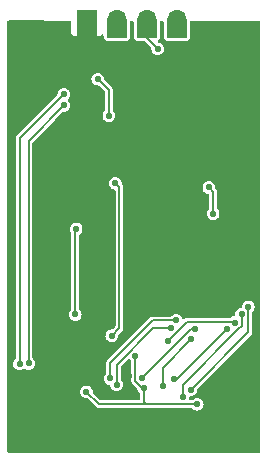
<source format=gbr>
%TF.GenerationSoftware,KiCad,Pcbnew,7.0.1*%
%TF.CreationDate,2024-01-21T13:12:55-07:00*%
%TF.ProjectId,camera_v1,63616d65-7261-45f7-9631-2e6b69636164,rev?*%
%TF.SameCoordinates,Original*%
%TF.FileFunction,Copper,L2,Bot*%
%TF.FilePolarity,Positive*%
%FSLAX46Y46*%
G04 Gerber Fmt 4.6, Leading zero omitted, Abs format (unit mm)*
G04 Created by KiCad (PCBNEW 7.0.1) date 2024-01-21 13:12:55*
%MOMM*%
%LPD*%
G01*
G04 APERTURE LIST*
%TA.AperFunction,ComponentPad*%
%ADD10R,1.700000X1.700000*%
%TD*%
%TA.AperFunction,ComponentPad*%
%ADD11O,1.700000X1.700000*%
%TD*%
%TA.AperFunction,ViaPad*%
%ADD12C,0.560000*%
%TD*%
%TA.AperFunction,Conductor*%
%ADD13C,0.152400*%
%TD*%
G04 APERTURE END LIST*
D10*
%TO.P,J10,1,Pin_1*%
%TO.N,GND*%
X153690000Y-105650000D03*
D11*
%TO.P,J10,2,Pin_2*%
%TO.N,+3V3*%
X156230000Y-105650000D03*
%TO.P,J10,3,Pin_3*%
%TO.N,SDA1*%
X158770000Y-105650000D03*
%TO.P,J10,4,Pin_4*%
%TO.N,SCL1*%
X161310000Y-105650000D03*
%TD*%
D12*
%TO.N,1.5V*%
X156100000Y-119420000D03*
X155814936Y-132336190D03*
%TO.N,GND*%
X167180000Y-136720000D03*
%TO.N,2.8V*%
X152790000Y-123300000D03*
X152721871Y-130542306D03*
%TO.N,+3V3*%
X163050000Y-138140000D03*
X153660000Y-137080000D03*
%TO.N,GND*%
X158400000Y-121690000D03*
X151450000Y-119510000D03*
X151290000Y-123420000D03*
%TO.N,+3V3*%
X154630000Y-110610000D03*
X155570000Y-113700000D03*
%TO.N,GND*%
X153660000Y-115910000D03*
X159060000Y-115880000D03*
%TO.N,SDA1*%
X159692940Y-108052940D03*
%TO.N,SCL1*%
X151740000Y-111890000D03*
X148001258Y-134723974D03*
%TO.N,SDA1*%
X148760000Y-134690000D03*
X151740000Y-112840000D03*
%TO.N,HS*%
X162490000Y-136930000D03*
X167355700Y-129900000D03*
%TO.N,BURN_RELAY_A {slash} VS*%
X166800000Y-130510000D03*
X161810000Y-137520000D03*
%TO.N,GND*%
X167440000Y-109020000D03*
X155900000Y-130730000D03*
X149540000Y-131190000D03*
X152080000Y-127190000D03*
X160930000Y-129440000D03*
%TO.N,D8*%
X160863716Y-131697921D03*
X156215387Y-136476482D03*
%TO.N,D9*%
X161260000Y-131050000D03*
X155662080Y-135956200D03*
%TO.N,ENABLE_BURN {slash} D7*%
X158355700Y-135950000D03*
X162880000Y-131749500D03*
%TO.N,VBUS_RESET {slash} PC*%
X160559894Y-132787623D03*
X166200000Y-131220000D03*
%TO.N,GND*%
X157244300Y-135782512D03*
%TO.N,+3V3*%
X157800000Y-134020498D03*
X158500000Y-136730000D03*
%TO.N,D6*%
X162532876Y-132652876D03*
X160120000Y-136554840D03*
%TO.N,I2C_RESET {slash} D2*%
X165550000Y-131750000D03*
X161040860Y-135999140D03*
%TO.N,ENAB_RF {slash} D3*%
X164030000Y-119780000D03*
X164384300Y-122000027D03*
%TD*%
D13*
%TO.N,1.5V*%
X156456200Y-131694926D02*
X156456200Y-119776200D01*
X155814936Y-132336190D02*
X156456200Y-131694926D01*
X156456200Y-119776200D02*
X156100000Y-119420000D01*
%TO.N,+3V3*%
X158500000Y-137970000D02*
X158670000Y-138140000D01*
X158500000Y-136730000D02*
X158500000Y-137970000D01*
X158670000Y-138140000D02*
X154720000Y-138140000D01*
X163050000Y-138140000D02*
X158670000Y-138140000D01*
%TO.N,2.8V*%
X152721871Y-130542306D02*
X152721871Y-123368129D01*
X152721871Y-123368129D02*
X152790000Y-123300000D01*
%TO.N,+3V3*%
X154720000Y-138140000D02*
X153660000Y-137080000D01*
X155570000Y-111550000D02*
X154630000Y-110610000D01*
X155570000Y-113700000D02*
X155570000Y-111550000D01*
%TO.N,SDA1*%
X158770000Y-107130000D02*
X158770000Y-105853200D01*
X159692940Y-108052940D02*
X158770000Y-107130000D01*
%TO.N,SCL1*%
X148001258Y-134723974D02*
X148001258Y-115628742D01*
X148001258Y-115628742D02*
X151740000Y-111890000D01*
%TO.N,SDA1*%
X148760000Y-115820000D02*
X151740000Y-112840000D01*
X148760000Y-134690000D02*
X148760000Y-115820000D01*
%TO.N,HS*%
X167355700Y-132064300D02*
X167355700Y-129900000D01*
X162490000Y-136930000D02*
X167355700Y-132064300D01*
%TO.N,BURN_RELAY_A {slash} VS*%
X166800000Y-131510000D02*
X166800000Y-130510000D01*
X166520000Y-131790000D02*
X166800000Y-131510000D01*
X161810000Y-137520000D02*
X161810000Y-136500000D01*
X161810000Y-136500000D02*
X166520000Y-131790000D01*
%TO.N,+3V3*%
X157800000Y-136180886D02*
X157800000Y-134020498D01*
X158349114Y-136730000D02*
X157800000Y-136180886D01*
X158500000Y-136730000D02*
X158349114Y-136730000D01*
%TO.N,D8*%
X156218280Y-136473589D02*
X156218280Y-134815632D01*
X156215387Y-136476482D02*
X156218280Y-136473589D01*
X156218280Y-134815632D02*
X159335991Y-131697921D01*
X159335991Y-131697921D02*
X160863716Y-131697921D01*
%TO.N,D9*%
X159280000Y-131050000D02*
X161260000Y-131050000D01*
X155662080Y-134667920D02*
X159280000Y-131050000D01*
X155662080Y-135956200D02*
X155662080Y-134667920D01*
%TO.N,ENABLE_BURN {slash} D7*%
X162556200Y-131749500D02*
X162880000Y-131749500D01*
X158355700Y-135950000D02*
X162556200Y-131749500D01*
%TO.N,VBUS_RESET {slash} PC*%
X160559894Y-132787623D02*
X162153717Y-131193800D01*
X162153717Y-131193800D02*
X166173800Y-131193800D01*
X166173800Y-131193800D02*
X166200000Y-131220000D01*
%TO.N,D6*%
X160120000Y-135065752D02*
X162532876Y-132652876D01*
X160120000Y-136554840D02*
X160120000Y-135065752D01*
%TO.N,I2C_RESET {slash} D2*%
X161040860Y-135999140D02*
X161300860Y-135999140D01*
X161300860Y-135999140D02*
X165550000Y-131750000D01*
%TO.N,ENAB_RF {slash} D3*%
X164384300Y-122000027D02*
X164384300Y-120134300D01*
X164384300Y-120134300D02*
X164030000Y-119780000D01*
%TD*%
%TA.AperFunction,Conductor*%
%TO.N,GND*%
G36*
X152216059Y-105652456D02*
G01*
X152278033Y-105669088D01*
X152323397Y-105714473D01*
X152340000Y-105776456D01*
X152340000Y-106547824D01*
X152346402Y-106607375D01*
X152396647Y-106742089D01*
X152482811Y-106857188D01*
X152597910Y-106943352D01*
X152732624Y-106993597D01*
X152792176Y-107000000D01*
X152840000Y-107000000D01*
X152840000Y-107130000D01*
X154540000Y-107130000D01*
X154540000Y-107000000D01*
X154587824Y-107000000D01*
X154647375Y-106993597D01*
X154782089Y-106943352D01*
X154897190Y-106857187D01*
X154897233Y-106857131D01*
X154944988Y-106818647D01*
X155005346Y-106807757D01*
X155063539Y-106827125D01*
X155105332Y-106872014D01*
X155120500Y-106931441D01*
X155120500Y-107006001D01*
X155129341Y-107073162D01*
X155129342Y-107073164D01*
X155145955Y-107135164D01*
X155171880Y-107197750D01*
X155213119Y-107251494D01*
X155258506Y-107296881D01*
X155312250Y-107338120D01*
X155374836Y-107364045D01*
X155436836Y-107380658D01*
X155470417Y-107385078D01*
X155503999Y-107389500D01*
X155504000Y-107389500D01*
X156956000Y-107389500D01*
X156956001Y-107389500D01*
X156978388Y-107386552D01*
X157023164Y-107380658D01*
X157085164Y-107364045D01*
X157147750Y-107338120D01*
X157201494Y-107296881D01*
X157246881Y-107251494D01*
X157288120Y-107197750D01*
X157314045Y-107135164D01*
X157330658Y-107073164D01*
X157339500Y-107006000D01*
X157339500Y-105778908D01*
X157356122Y-105716891D01*
X157401533Y-105671502D01*
X157463557Y-105654908D01*
X157536558Y-105654942D01*
X157598533Y-105671574D01*
X157643897Y-105716959D01*
X157660500Y-105778942D01*
X157660500Y-107006001D01*
X157669341Y-107073162D01*
X157669342Y-107073164D01*
X157685955Y-107135164D01*
X157711880Y-107197750D01*
X157753119Y-107251494D01*
X157798506Y-107296881D01*
X157852250Y-107338120D01*
X157914836Y-107364045D01*
X157976836Y-107380658D01*
X158010417Y-107385078D01*
X158043999Y-107389500D01*
X158044000Y-107389500D01*
X158510458Y-107389500D01*
X158557911Y-107398939D01*
X158598139Y-107425819D01*
X159118898Y-107946578D01*
X159148636Y-107994399D01*
X159154157Y-108050442D01*
X159153828Y-108052940D01*
X159172198Y-108192472D01*
X159226054Y-108322495D01*
X159311729Y-108434150D01*
X159423383Y-108519824D01*
X159423384Y-108519825D01*
X159553408Y-108573682D01*
X159692940Y-108592052D01*
X159832472Y-108573682D01*
X159962496Y-108519825D01*
X160074150Y-108434150D01*
X160159825Y-108322496D01*
X160213682Y-108192472D01*
X160232052Y-108052940D01*
X160213682Y-107913408D01*
X160159825Y-107783384D01*
X160074150Y-107671729D01*
X159962495Y-107586054D01*
X159832472Y-107532198D01*
X159789856Y-107526587D01*
X159735807Y-107505838D01*
X159697068Y-107462813D01*
X159682085Y-107406891D01*
X159694124Y-107350261D01*
X159730558Y-107305272D01*
X159741494Y-107296881D01*
X159786881Y-107251494D01*
X159828120Y-107197750D01*
X159854045Y-107135164D01*
X159870658Y-107073164D01*
X159879500Y-107006000D01*
X159879500Y-105780094D01*
X159896123Y-105718077D01*
X159941534Y-105672687D01*
X160003555Y-105656094D01*
X160072224Y-105656126D01*
X160076559Y-105656129D01*
X160138534Y-105672762D01*
X160183897Y-105718146D01*
X160200500Y-105780129D01*
X160200500Y-107006001D01*
X160209341Y-107073162D01*
X160209342Y-107073164D01*
X160225955Y-107135164D01*
X160251880Y-107197750D01*
X160293119Y-107251494D01*
X160338506Y-107296881D01*
X160392250Y-107338120D01*
X160454836Y-107364045D01*
X160516836Y-107380658D01*
X160550417Y-107385078D01*
X160583999Y-107389500D01*
X160584000Y-107389500D01*
X162036000Y-107389500D01*
X162036001Y-107389500D01*
X162058388Y-107386552D01*
X162103164Y-107380658D01*
X162165164Y-107364045D01*
X162227750Y-107338120D01*
X162281494Y-107296881D01*
X162326881Y-107251494D01*
X162368120Y-107197750D01*
X162394045Y-107135164D01*
X162410658Y-107073164D01*
X162419500Y-107006000D01*
X162419500Y-105781281D01*
X162436123Y-105719264D01*
X162481533Y-105673875D01*
X162543555Y-105657281D01*
X164369562Y-105658134D01*
X168235558Y-105659942D01*
X168297533Y-105676574D01*
X168342897Y-105721959D01*
X168359500Y-105783942D01*
X168359500Y-142145500D01*
X168342887Y-142207500D01*
X168297500Y-142252887D01*
X168235500Y-142269500D01*
X167825250Y-142269500D01*
X147093850Y-142250115D01*
X147031909Y-142233469D01*
X146986571Y-142188101D01*
X146969966Y-142126149D01*
X146969004Y-138606885D01*
X146968587Y-137080000D01*
X153120887Y-137080000D01*
X153139258Y-137219532D01*
X153193114Y-137349555D01*
X153278789Y-137461210D01*
X153390443Y-137546884D01*
X153390444Y-137546885D01*
X153520468Y-137600742D01*
X153660000Y-137619112D01*
X153662490Y-137618784D01*
X153718536Y-137624302D01*
X153766361Y-137654041D01*
X154472116Y-138359796D01*
X154479424Y-138367771D01*
X154504151Y-138397239D01*
X154537463Y-138416471D01*
X154546575Y-138422277D01*
X154578852Y-138444879D01*
X154604223Y-138455387D01*
X154605147Y-138455549D01*
X154605149Y-138455551D01*
X154643046Y-138462232D01*
X154653595Y-138464572D01*
X154690732Y-138474523D01*
X154690732Y-138474522D01*
X154690733Y-138474523D01*
X154729040Y-138471171D01*
X154739847Y-138470700D01*
X158610136Y-138470700D01*
X158639803Y-138474605D01*
X158640732Y-138474523D01*
X158640733Y-138474524D01*
X158679048Y-138471171D01*
X158689855Y-138470700D01*
X158698935Y-138470700D01*
X162568882Y-138470700D01*
X162623726Y-138483488D01*
X162667258Y-138519214D01*
X162668789Y-138521210D01*
X162780444Y-138606885D01*
X162910468Y-138660742D01*
X163031629Y-138676693D01*
X163049999Y-138679112D01*
X163049999Y-138679111D01*
X163050000Y-138679112D01*
X163189532Y-138660742D01*
X163319556Y-138606885D01*
X163431210Y-138521210D01*
X163516885Y-138409556D01*
X163570742Y-138279532D01*
X163589112Y-138140000D01*
X163570742Y-138000468D01*
X163516885Y-137870444D01*
X163462725Y-137799861D01*
X163431210Y-137758789D01*
X163319555Y-137673114D01*
X163189532Y-137619258D01*
X163050000Y-137600887D01*
X162910467Y-137619258D01*
X162780444Y-137673114D01*
X162668789Y-137758789D01*
X162667258Y-137760786D01*
X162623726Y-137796512D01*
X162568882Y-137809300D01*
X162452419Y-137809300D01*
X162385794Y-137789880D01*
X162340037Y-137737705D01*
X162329480Y-137669115D01*
X162336064Y-137619111D01*
X162341912Y-137574684D01*
X162366475Y-137515384D01*
X162417399Y-137476310D01*
X162481037Y-137467932D01*
X162489999Y-137469112D01*
X162489999Y-137469111D01*
X162490000Y-137469112D01*
X162629532Y-137450742D01*
X162759556Y-137396885D01*
X162871210Y-137311210D01*
X162956885Y-137199556D01*
X163010742Y-137069532D01*
X163029112Y-136930000D01*
X163028783Y-136927503D01*
X163034302Y-136871461D01*
X163064039Y-136823639D01*
X167575505Y-132312173D01*
X167583456Y-132304886D01*
X167612939Y-132280149D01*
X167632169Y-132246839D01*
X167637975Y-132237726D01*
X167660040Y-132206216D01*
X167660040Y-132206212D01*
X167660577Y-132205447D01*
X167671087Y-132180077D01*
X167671249Y-132179152D01*
X167671251Y-132179151D01*
X167677930Y-132141264D01*
X167680267Y-132130721D01*
X167690224Y-132093567D01*
X167686871Y-132055251D01*
X167686400Y-132044445D01*
X167686400Y-130381118D01*
X167699188Y-130326274D01*
X167734914Y-130282742D01*
X167736910Y-130281210D01*
X167768191Y-130240444D01*
X167822585Y-130169556D01*
X167876442Y-130039532D01*
X167894812Y-129900000D01*
X167876442Y-129760468D01*
X167822585Y-129630444D01*
X167736910Y-129518789D01*
X167625255Y-129433114D01*
X167495232Y-129379258D01*
X167355700Y-129360887D01*
X167216167Y-129379258D01*
X167086144Y-129433114D01*
X166974489Y-129518789D01*
X166888814Y-129630444D01*
X166834958Y-129760467D01*
X166819802Y-129875582D01*
X166801443Y-129926021D01*
X166763489Y-129963976D01*
X166713050Y-129982335D01*
X166660467Y-129989258D01*
X166530444Y-130043114D01*
X166418789Y-130128789D01*
X166333114Y-130240444D01*
X166279258Y-130370467D01*
X166260887Y-130510002D01*
X166265779Y-130547159D01*
X166257401Y-130610796D01*
X166218326Y-130661719D01*
X166159026Y-130686282D01*
X166060467Y-130699258D01*
X165930446Y-130753113D01*
X165903833Y-130773534D01*
X165820498Y-130837478D01*
X165784876Y-130856519D01*
X165745017Y-130863100D01*
X162173572Y-130863100D01*
X162162765Y-130862628D01*
X162159931Y-130862380D01*
X162124449Y-130859275D01*
X162087303Y-130869229D01*
X162076743Y-130871570D01*
X162037949Y-130878410D01*
X162012562Y-130888926D01*
X161980291Y-130911521D01*
X161971174Y-130917329D01*
X161942242Y-130934034D01*
X161874832Y-130950531D01*
X161809116Y-130928224D01*
X161765679Y-130874102D01*
X161726885Y-130780444D01*
X161726884Y-130780443D01*
X161726884Y-130780442D01*
X161641210Y-130668789D01*
X161529555Y-130583114D01*
X161399532Y-130529258D01*
X161260000Y-130510887D01*
X161120467Y-130529258D01*
X160990444Y-130583114D01*
X160878789Y-130668789D01*
X160877258Y-130670786D01*
X160833726Y-130706512D01*
X160778882Y-130719300D01*
X159299855Y-130719300D01*
X159289048Y-130718828D01*
X159286214Y-130718580D01*
X159250732Y-130715475D01*
X159213580Y-130725429D01*
X159203026Y-130727769D01*
X159164232Y-130734610D01*
X159138843Y-130745126D01*
X159106572Y-130767723D01*
X159097451Y-130773534D01*
X159064151Y-130792760D01*
X159039430Y-130822221D01*
X159032123Y-130830194D01*
X155442285Y-134420033D01*
X155434314Y-134427338D01*
X155404840Y-134452071D01*
X155385608Y-134485379D01*
X155379801Y-134494494D01*
X155357206Y-134526765D01*
X155346690Y-134552152D01*
X155339850Y-134590946D01*
X155337509Y-134601506D01*
X155327555Y-134638652D01*
X155330908Y-134676967D01*
X155331380Y-134687775D01*
X155331380Y-135475082D01*
X155318592Y-135529926D01*
X155282866Y-135573458D01*
X155280869Y-135574989D01*
X155195194Y-135686644D01*
X155141338Y-135816667D01*
X155122967Y-135956200D01*
X155141338Y-136095732D01*
X155195194Y-136225755D01*
X155280869Y-136337410D01*
X155382387Y-136415307D01*
X155392524Y-136423085D01*
X155522548Y-136476942D01*
X155584714Y-136485126D01*
X155635153Y-136503484D01*
X155673108Y-136541439D01*
X155691467Y-136591877D01*
X155694645Y-136616015D01*
X155748501Y-136746037D01*
X155834176Y-136857692D01*
X155925162Y-136927507D01*
X155945831Y-136943367D01*
X156075855Y-136997224D01*
X156215387Y-137015594D01*
X156354919Y-136997224D01*
X156484943Y-136943367D01*
X156596597Y-136857692D01*
X156682272Y-136746038D01*
X156736129Y-136616014D01*
X156754499Y-136476482D01*
X156736129Y-136336950D01*
X156682272Y-136206926D01*
X156626983Y-136134872D01*
X156591823Y-136089050D01*
X156561768Y-136052428D01*
X156548980Y-135997584D01*
X156548980Y-135003974D01*
X156558419Y-134956521D01*
X156585299Y-134916293D01*
X156672060Y-134829532D01*
X157180349Y-134321241D01*
X157241189Y-134287863D01*
X157310438Y-134292402D01*
X157366404Y-134333437D01*
X157418791Y-134401709D01*
X157420786Y-134403240D01*
X157456512Y-134446772D01*
X157469300Y-134501616D01*
X157469300Y-136161031D01*
X157468828Y-136171839D01*
X157465475Y-136210153D01*
X157475429Y-136247300D01*
X157477770Y-136257861D01*
X157484610Y-136296656D01*
X157495124Y-136322037D01*
X157517721Y-136354309D01*
X157523532Y-136363431D01*
X157536071Y-136385149D01*
X157542761Y-136396735D01*
X157564895Y-136415308D01*
X157572226Y-136421459D01*
X157580202Y-136428768D01*
X157943170Y-136791736D01*
X157966700Y-136824572D01*
X157978428Y-136863228D01*
X157979258Y-136869533D01*
X158033114Y-136999555D01*
X158118789Y-137111210D01*
X158120786Y-137112742D01*
X158156512Y-137156274D01*
X158169300Y-137211118D01*
X158169300Y-137685300D01*
X158152687Y-137747300D01*
X158107300Y-137792687D01*
X158045300Y-137809300D01*
X154908342Y-137809300D01*
X154860889Y-137799861D01*
X154820661Y-137772981D01*
X154234041Y-137186361D01*
X154204302Y-137138536D01*
X154198784Y-137082489D01*
X154199112Y-137080000D01*
X154180742Y-136940468D01*
X154126885Y-136810444D01*
X154077464Y-136746037D01*
X154041210Y-136698789D01*
X153929555Y-136613114D01*
X153799532Y-136559258D01*
X153660000Y-136540887D01*
X153520467Y-136559258D01*
X153390444Y-136613114D01*
X153278789Y-136698789D01*
X153193114Y-136810444D01*
X153139258Y-136940467D01*
X153120887Y-137080000D01*
X146968587Y-137080000D01*
X146967943Y-134723974D01*
X147462145Y-134723974D01*
X147480516Y-134863506D01*
X147534372Y-134993529D01*
X147620047Y-135105184D01*
X147687426Y-135156885D01*
X147731702Y-135190859D01*
X147861726Y-135244716D01*
X148001258Y-135263086D01*
X148140790Y-135244716D01*
X148270814Y-135190859D01*
X148327283Y-135147528D01*
X148375927Y-135124846D01*
X148429604Y-135124845D01*
X148478251Y-135147529D01*
X148490444Y-135156885D01*
X148620468Y-135210742D01*
X148760000Y-135229112D01*
X148899532Y-135210742D01*
X149029556Y-135156885D01*
X149141210Y-135071210D01*
X149226885Y-134959556D01*
X149280742Y-134829532D01*
X149299112Y-134690000D01*
X149280742Y-134550468D01*
X149226885Y-134420444D01*
X149212509Y-134401709D01*
X149141210Y-134308789D01*
X149139214Y-134307258D01*
X149103488Y-134263726D01*
X149090700Y-134208882D01*
X149090700Y-132336190D01*
X155275824Y-132336190D01*
X155294194Y-132475722D01*
X155348050Y-132605745D01*
X155433725Y-132717400D01*
X155531478Y-132792408D01*
X155545380Y-132803075D01*
X155675404Y-132856932D01*
X155814936Y-132875302D01*
X155954468Y-132856932D01*
X156084492Y-132803075D01*
X156196146Y-132717400D01*
X156281821Y-132605746D01*
X156335678Y-132475722D01*
X156354048Y-132336190D01*
X156353719Y-132333693D01*
X156359238Y-132277651D01*
X156388975Y-132229829D01*
X156676006Y-131942798D01*
X156683956Y-131935512D01*
X156713439Y-131910775D01*
X156732670Y-131877463D01*
X156738466Y-131868364D01*
X156760540Y-131836843D01*
X156760541Y-131836838D01*
X156761080Y-131836069D01*
X156771588Y-131810703D01*
X156778431Y-131771892D01*
X156780769Y-131761340D01*
X156790724Y-131724193D01*
X156787371Y-131685877D01*
X156786900Y-131675071D01*
X156786900Y-119796055D01*
X156787372Y-119785247D01*
X156787831Y-119779999D01*
X163490887Y-119779999D01*
X163509258Y-119919532D01*
X163563114Y-120049555D01*
X163648789Y-120161210D01*
X163760443Y-120246884D01*
X163760444Y-120246885D01*
X163890468Y-120300742D01*
X163937983Y-120306997D01*
X163945786Y-120308025D01*
X164000724Y-120329390D01*
X164039589Y-120373707D01*
X164053600Y-120430964D01*
X164053600Y-121518909D01*
X164040812Y-121573753D01*
X164005086Y-121617285D01*
X164003089Y-121618816D01*
X163917414Y-121730471D01*
X163863558Y-121860494D01*
X163845187Y-122000026D01*
X163863558Y-122139559D01*
X163917414Y-122269582D01*
X164003089Y-122381237D01*
X164114744Y-122466912D01*
X164244768Y-122520769D01*
X164384300Y-122539139D01*
X164523832Y-122520769D01*
X164653856Y-122466912D01*
X164765510Y-122381237D01*
X164851185Y-122269583D01*
X164905042Y-122139559D01*
X164923412Y-122000027D01*
X164905042Y-121860495D01*
X164851185Y-121730471D01*
X164851184Y-121730470D01*
X164765510Y-121618816D01*
X164763514Y-121617285D01*
X164727788Y-121573753D01*
X164715000Y-121518909D01*
X164715000Y-120154155D01*
X164715472Y-120143347D01*
X164718824Y-120105033D01*
X164708873Y-120067898D01*
X164706531Y-120057333D01*
X164699688Y-120018527D01*
X164689179Y-119993155D01*
X164688640Y-119992385D01*
X164688640Y-119992384D01*
X164666573Y-119960870D01*
X164660764Y-119951750D01*
X164658758Y-119948275D01*
X164641539Y-119918451D01*
X164612071Y-119893724D01*
X164604096Y-119886416D01*
X164604041Y-119886361D01*
X164574302Y-119838536D01*
X164568784Y-119782489D01*
X164569112Y-119780000D01*
X164550742Y-119640468D01*
X164496885Y-119510444D01*
X164411210Y-119398789D01*
X164299555Y-119313114D01*
X164169532Y-119259258D01*
X164030000Y-119240887D01*
X163890467Y-119259258D01*
X163760444Y-119313114D01*
X163648789Y-119398789D01*
X163563114Y-119510444D01*
X163509258Y-119640467D01*
X163490887Y-119779999D01*
X156787831Y-119779999D01*
X156790724Y-119746933D01*
X156780773Y-119709798D01*
X156778431Y-119699233D01*
X156771588Y-119660427D01*
X156761079Y-119635055D01*
X156760540Y-119634285D01*
X156760540Y-119634284D01*
X156738473Y-119602770D01*
X156732664Y-119593650D01*
X156713438Y-119560350D01*
X156683971Y-119535624D01*
X156675996Y-119528316D01*
X156674041Y-119526361D01*
X156644302Y-119478536D01*
X156638784Y-119422489D01*
X156639112Y-119420000D01*
X156620742Y-119280468D01*
X156566885Y-119150444D01*
X156481210Y-119038789D01*
X156369555Y-118953114D01*
X156239532Y-118899258D01*
X156100000Y-118880887D01*
X155960467Y-118899258D01*
X155830444Y-118953114D01*
X155718789Y-119038789D01*
X155633114Y-119150444D01*
X155579258Y-119280467D01*
X155560887Y-119419999D01*
X155579258Y-119559532D01*
X155633114Y-119689555D01*
X155718789Y-119801210D01*
X155829761Y-119886361D01*
X155830444Y-119886885D01*
X155960468Y-119940742D01*
X156017686Y-119948275D01*
X156072624Y-119969639D01*
X156111489Y-120013957D01*
X156125500Y-120071214D01*
X156125500Y-131506584D01*
X156116061Y-131554037D01*
X156089183Y-131594262D01*
X155959254Y-131724191D01*
X155921296Y-131762149D01*
X155873474Y-131791886D01*
X155817431Y-131797406D01*
X155814937Y-131797077D01*
X155675403Y-131815448D01*
X155545380Y-131869304D01*
X155433725Y-131954979D01*
X155348050Y-132066634D01*
X155294194Y-132196657D01*
X155288788Y-132237716D01*
X155275824Y-132336190D01*
X149090700Y-132336190D01*
X149090700Y-130542306D01*
X152182758Y-130542306D01*
X152201129Y-130681838D01*
X152254985Y-130811861D01*
X152340660Y-130923516D01*
X152452315Y-131009191D01*
X152582339Y-131063048D01*
X152721871Y-131081418D01*
X152861403Y-131063048D01*
X152991427Y-131009191D01*
X153103081Y-130923516D01*
X153188756Y-130811862D01*
X153242613Y-130681838D01*
X153260983Y-130542306D01*
X153242613Y-130402774D01*
X153188756Y-130272750D01*
X153109573Y-130169556D01*
X153103081Y-130161095D01*
X153101085Y-130159564D01*
X153065359Y-130116032D01*
X153052571Y-130061188D01*
X153052571Y-123833395D01*
X153065359Y-123778551D01*
X153101085Y-123735019D01*
X153171210Y-123681210D01*
X153188829Y-123658248D01*
X153256885Y-123569556D01*
X153310742Y-123439532D01*
X153329112Y-123300000D01*
X153310742Y-123160468D01*
X153256885Y-123030444D01*
X153171210Y-122918789D01*
X153059555Y-122833114D01*
X152929532Y-122779258D01*
X152790000Y-122760887D01*
X152650467Y-122779258D01*
X152520444Y-122833114D01*
X152408789Y-122918789D01*
X152323114Y-123030444D01*
X152269258Y-123160467D01*
X152250887Y-123300000D01*
X152269258Y-123439532D01*
X152323114Y-123569555D01*
X152365547Y-123624855D01*
X152384590Y-123660483D01*
X152391171Y-123700341D01*
X152391171Y-130061188D01*
X152378383Y-130116032D01*
X152342657Y-130159564D01*
X152340660Y-130161095D01*
X152254985Y-130272750D01*
X152201129Y-130402773D01*
X152182758Y-130542306D01*
X149090700Y-130542306D01*
X149090700Y-116008342D01*
X149100139Y-115960889D01*
X149127019Y-115920661D01*
X150966469Y-114081210D01*
X151633639Y-113414039D01*
X151681461Y-113384302D01*
X151737503Y-113378783D01*
X151740000Y-113379112D01*
X151879532Y-113360742D01*
X152009556Y-113306885D01*
X152121210Y-113221210D01*
X152206885Y-113109556D01*
X152260742Y-112979532D01*
X152279112Y-112840000D01*
X152260742Y-112700468D01*
X152206885Y-112570444D01*
X152121210Y-112458790D01*
X152111272Y-112445838D01*
X152112206Y-112445121D01*
X152091456Y-112419833D01*
X152078673Y-112364988D01*
X152091466Y-112310145D01*
X152112205Y-112284878D01*
X152111272Y-112284162D01*
X152144268Y-112241159D01*
X152206885Y-112159556D01*
X152260742Y-112029532D01*
X152279112Y-111890000D01*
X152260742Y-111750468D01*
X152206885Y-111620444D01*
X152163914Y-111564443D01*
X152121210Y-111508789D01*
X152009555Y-111423114D01*
X151879532Y-111369258D01*
X151740000Y-111350887D01*
X151600467Y-111369258D01*
X151470444Y-111423114D01*
X151358789Y-111508789D01*
X151273114Y-111620444D01*
X151219258Y-111750467D01*
X151200887Y-111890000D01*
X151201216Y-111892493D01*
X151195696Y-111948537D01*
X151165958Y-111996359D01*
X147781463Y-115380855D01*
X147773492Y-115388160D01*
X147744018Y-115412893D01*
X147724786Y-115446201D01*
X147718979Y-115455316D01*
X147696384Y-115487587D01*
X147685868Y-115512974D01*
X147679028Y-115551768D01*
X147676687Y-115562328D01*
X147666733Y-115599474D01*
X147670086Y-115637789D01*
X147670558Y-115648597D01*
X147670558Y-134242856D01*
X147657770Y-134297700D01*
X147622044Y-134341232D01*
X147620047Y-134342763D01*
X147534372Y-134454418D01*
X147480516Y-134584441D01*
X147462145Y-134723974D01*
X146967943Y-134723974D01*
X146961355Y-110610000D01*
X154090887Y-110610000D01*
X154109258Y-110749532D01*
X154163114Y-110879555D01*
X154248789Y-110991210D01*
X154360444Y-111076885D01*
X154490468Y-111130742D01*
X154630000Y-111149112D01*
X154632490Y-111148784D01*
X154688536Y-111154302D01*
X154736361Y-111184041D01*
X155202981Y-111650662D01*
X155229861Y-111690890D01*
X155239300Y-111738343D01*
X155239300Y-113218882D01*
X155226512Y-113273726D01*
X155190786Y-113317258D01*
X155188789Y-113318789D01*
X155103114Y-113430444D01*
X155049258Y-113560467D01*
X155030887Y-113699999D01*
X155049258Y-113839532D01*
X155103114Y-113969555D01*
X155188789Y-114081210D01*
X155300444Y-114166885D01*
X155430468Y-114220742D01*
X155570000Y-114239112D01*
X155709532Y-114220742D01*
X155839556Y-114166885D01*
X155951210Y-114081210D01*
X156036885Y-113969556D01*
X156090742Y-113839532D01*
X156109112Y-113700000D01*
X156090742Y-113560468D01*
X156036885Y-113430444D01*
X155997496Y-113379111D01*
X155951210Y-113318789D01*
X155949214Y-113317258D01*
X155913488Y-113273726D01*
X155900700Y-113218882D01*
X155900700Y-111569855D01*
X155901172Y-111559047D01*
X155904524Y-111520733D01*
X155894573Y-111483598D01*
X155892231Y-111473033D01*
X155885389Y-111434227D01*
X155874876Y-111408848D01*
X155852279Y-111376575D01*
X155846469Y-111367456D01*
X155827239Y-111334151D01*
X155797777Y-111309429D01*
X155789802Y-111302121D01*
X155564566Y-111076885D01*
X155204040Y-110716360D01*
X155174302Y-110668536D01*
X155168784Y-110612489D01*
X155169112Y-110610000D01*
X155150742Y-110470468D01*
X155096885Y-110340444D01*
X155011210Y-110228789D01*
X154899555Y-110143114D01*
X154769532Y-110089258D01*
X154630000Y-110070887D01*
X154490467Y-110089258D01*
X154360444Y-110143114D01*
X154248789Y-110228789D01*
X154163114Y-110340444D01*
X154109258Y-110470467D01*
X154090887Y-110610000D01*
X146961355Y-110610000D01*
X146960034Y-105774533D01*
X146976636Y-105712520D01*
X147022024Y-105667118D01*
X147084034Y-105650500D01*
X148029869Y-105650500D01*
X152216059Y-105652456D01*
G37*
%TD.AperFunction*%
%TD*%
%TA.AperFunction,Conductor*%
%TO.N,SCL1*%
G36*
X162098000Y-105667113D02*
G01*
X162143387Y-105712500D01*
X162160000Y-105774500D01*
X162160000Y-107006000D01*
X162143387Y-107068000D01*
X162098000Y-107113387D01*
X162036000Y-107130000D01*
X160584000Y-107130000D01*
X160522000Y-107113387D01*
X160476613Y-107068000D01*
X160460000Y-107006000D01*
X160460000Y-105774500D01*
X160476613Y-105712500D01*
X160522000Y-105667113D01*
X160584000Y-105650500D01*
X162036000Y-105650500D01*
X162098000Y-105667113D01*
G37*
%TD.AperFunction*%
%TD*%
%TA.AperFunction,Conductor*%
%TO.N,SDA1*%
G36*
X159558000Y-105667113D02*
G01*
X159603387Y-105712500D01*
X159620000Y-105774500D01*
X159620000Y-107006000D01*
X159603387Y-107068000D01*
X159558000Y-107113387D01*
X159496000Y-107130000D01*
X158044000Y-107130000D01*
X157982000Y-107113387D01*
X157936613Y-107068000D01*
X157920000Y-107006000D01*
X157920000Y-105774500D01*
X157936613Y-105712500D01*
X157982000Y-105667113D01*
X158044000Y-105650500D01*
X159496000Y-105650500D01*
X159558000Y-105667113D01*
G37*
%TD.AperFunction*%
%TD*%
%TA.AperFunction,Conductor*%
%TO.N,+3V3*%
G36*
X157018000Y-105667113D02*
G01*
X157063387Y-105712500D01*
X157080000Y-105774500D01*
X157080000Y-107006000D01*
X157063387Y-107068000D01*
X157018000Y-107113387D01*
X156956000Y-107130000D01*
X155504000Y-107130000D01*
X155442000Y-107113387D01*
X155396613Y-107068000D01*
X155380000Y-107006000D01*
X155380000Y-105774500D01*
X155396613Y-105712500D01*
X155442000Y-105667113D01*
X155504000Y-105650500D01*
X156956000Y-105650500D01*
X157018000Y-105667113D01*
G37*
%TD.AperFunction*%
%TD*%
%TA.AperFunction,Conductor*%
%TO.N,GND*%
G36*
X154500776Y-105653523D02*
G01*
X154540000Y-105653542D01*
X154540000Y-107130000D01*
X152840000Y-107130000D01*
X152840000Y-105652747D01*
X152882190Y-105652767D01*
X152893594Y-105650500D01*
X154485579Y-105650500D01*
X154500776Y-105653523D01*
G37*
%TD.AperFunction*%
%TD*%
M02*

</source>
